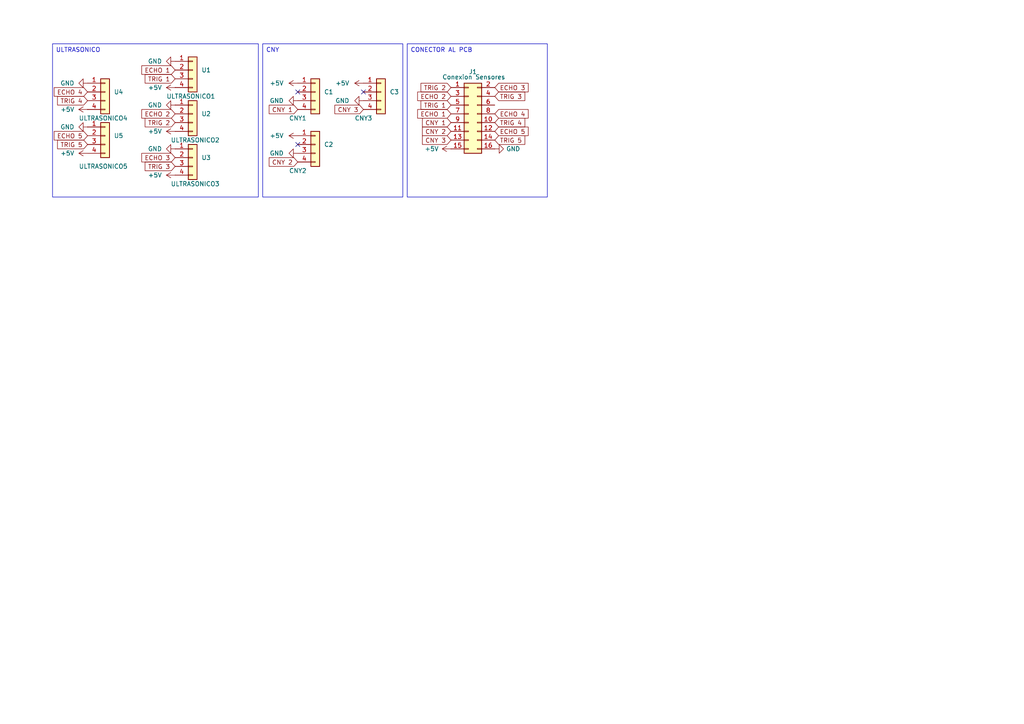
<source format=kicad_sch>
(kicad_sch (version 20231120) (generator "eeschema") (generator_version "8.0")
  (paper "A4")
  (lib_symbols
    (symbol "Connector_Generic:Conn_01x04" (pin_names (offset 1.016) hide)
      (property "Reference" "J" (at 0 5.08 0))
      (property "Value" "Conn_01x04" (at 0 -7.62 0))
      (symbol "Conn_01x04_1_1"
        (rectangle (start -1.27 -4.953) (end 0 -5.207) (stroke (width 0.1524)))
        (rectangle (start -1.27 -2.413) (end 0 -2.667) (stroke (width 0.1524)))
        (rectangle (start -1.27 0.127) (end 0 -0.127) (stroke (width 0.1524)))
        (rectangle (start -1.27 2.667) (end 0 2.413) (stroke (width 0.1524)))
        (rectangle (start -1.27 3.81) (end 1.27 -6.35) (stroke (width 0.254)) (fill (type background)))
        (pin passive line (at -5.08 2.54 0) (length 3.81) (name "Pin_1") (number "1"))
        (pin passive line (at -5.08 0 0) (length 3.81) (name "Pin_2") (number "2"))
        (pin passive line (at -5.08 -2.54 0) (length 3.81) (name "Pin_3") (number "3"))
        (pin passive line (at -5.08 -5.08 0) (length 3.81) (name "Pin_4") (number "4"))
      )
    )
    (symbol "Connector_Generic:Conn_02x08_Odd_Even" (pin_names (offset 1.016) hide)
      (property "Reference" "J" (at 1.27 10.16 0))
      (property "Value" "Conn_02x08_Odd_Even" (at 1.27 -12.7 0))
      (symbol "Conn_02x08_Odd_Even_1_1"
        (rectangle (start -1.27 -10.033) (end 0 -10.287) (stroke (width 0.1524)))
        (rectangle (start -1.27 -7.493) (end 0 -7.747) (stroke (width 0.1524)))
        (rectangle (start -1.27 -4.953) (end 0 -5.207) (stroke (width 0.1524)))
        (rectangle (start -1.27 -2.413) (end 0 -2.667) (stroke (width 0.1524)))
        (rectangle (start -1.27 0.127) (end 0 -0.127) (stroke (width 0.1524)))
        (rectangle (start -1.27 2.667) (end 0 2.413) (stroke (width 0.1524)))
        (rectangle (start -1.27 5.207) (end 0 4.953) (stroke (width 0.1524)))
        (rectangle (start -1.27 7.747) (end 0 7.493) (stroke (width 0.1524)))
        (rectangle (start -1.27 8.89) (end 3.81 -11.43) (stroke (width 0.254)) (fill (type background)))
        (rectangle (start 3.81 -10.033) (end 2.54 -10.287) (stroke (width 0.1524)))
        (rectangle (start 3.81 -7.493) (end 2.54 -7.747) (stroke (width 0.1524)))
        (rectangle (start 3.81 -4.953) (end 2.54 -5.207) (stroke (width 0.1524)))
        (rectangle (start 3.81 -2.413) (end 2.54 -2.667) (stroke (width 0.1524)))
        (rectangle (start 3.81 0.127) (end 2.54 -0.127) (stroke (width 0.1524)))
        (rectangle (start 3.81 2.667) (end 2.54 2.413) (stroke (width 0.1524)))
        (rectangle (start 3.81 5.207) (end 2.54 4.953) (stroke (width 0.1524)))
        (rectangle (start 3.81 7.747) (end 2.54 7.493) (stroke (width 0.1524)))
        (pin passive line (at -5.08 7.62 0) (length 3.81) (name "Pin_1") (number "1"))
        (pin passive line (at 7.62 -2.54 180) (length 3.81) (name "Pin_10") (number "10"))
        (pin passive line (at -5.08 -5.08 0) (length 3.81) (name "Pin_11") (number "11"))
        (pin passive line (at 7.62 -5.08 180) (length 3.81) (name "Pin_12") (number "12"))
        (pin passive line (at -5.08 -7.62 0) (length 3.81) (name "Pin_13") (number "13"))
        (pin passive line (at 7.62 -7.62 180) (length 3.81) (name "Pin_14") (number "14"))
        (pin passive line (at -5.08 -10.16 0) (length 3.81) (name "Pin_15") (number "15"))
        (pin passive line (at 7.62 -10.16 180) (length 3.81) (name "Pin_16") (number "16"))
        (pin passive line (at 7.62 7.62 180) (length 3.81) (name "Pin_2") (number "2"))
        (pin passive line (at -5.08 5.08 0) (length 3.81) (name "Pin_3") (number "3"))
        (pin passive line (at 7.62 5.08 180) (length 3.81) (name "Pin_4") (number "4"))
        (pin passive line (at -5.08 2.54 0) (length 3.81) (name "Pin_5") (number "5"))
        (pin passive line (at 7.62 2.54 180) (length 3.81) (name "Pin_6") (number "6"))
        (pin passive line (at -5.08 0 0) (length 3.81) (name "Pin_7") (number "7"))
        (pin passive line (at 7.62 0 180) (length 3.81) (name "Pin_8") (number "8"))
        (pin passive line (at -5.08 -2.54 0) (length 3.81) (name "Pin_9") (number "9"))
      )
    )
    (symbol "power:+5V" (power) (pin_numbers hide) (pin_names (offset 0) hide)
      (property "Value" "+5V" (at 0 3.556 0))
      (symbol "+5V_0_1"
        (polyline (pts (xy -0.762 1.27) (xy 0 2.54)))
        (polyline (pts (xy 0 0) (xy 0 2.54)))
        (polyline (pts (xy 0 2.54) (xy 0.762 1.27)))
      )
      (symbol "+5V_1_1"
        (pin power_in line (at 0 0 90) (length 0) (name "~") (number "1"))
      )
    )
    (symbol "power:GND" (power) (pin_numbers hide) (pin_names (offset 0) hide)
      (property "Value" "GND" (at 0 -3.81 0))
      (symbol "GND_0_1"
        (polyline (pts (xy 0 0) (xy 0 -1.27) (xy 1.27 -1.27) (xy 0 -2.54) (xy -1.27 -1.27) (xy 0 -1.27)))
      )
      (symbol "GND_1_1"
        (pin power_in line (at 0 0 270) (length 0) (name "~") (number "1"))
      )
    )
  )
  (no_connect (at 105.41 26.67))
  (no_connect (at 86.36 41.91))
  (no_connect (at 86.36 26.67))
  (text_box "CONECTOR AL PCB" (at 118.11 12.7 0) (size 40.64 44.45) (effects (font (size 1.27 1.27)) (justify left top)))
  (text_box "ULTRASONICO" (at 15.24 12.7 0) (size 59.69 44.45) (effects (font (size 1.27 1.27)) (justify left top)))
  (text_box "CNY" (at 76.2 12.7 0) (size 40.64 44.45) (effects (font (size 1.27 1.27)) (justify left top)))
  (global_label "ECHO 1" (shape input) (at 50.8 20.32 180) (property "Intersheetrefs" "${INTERSHEET_REFS}" (effects (hide yes))))
  (global_label "TRIG 2" (shape input) (at 130.81 25.4 180) (property "Intersheetrefs" "${INTERSHEET_REFS}" (effects (hide yes))))
  (global_label "TRIG 1" (shape input) (at 50.8 22.86 180) (property "Intersheetrefs" "${INTERSHEET_REFS}" (effects (hide yes))))
  (global_label "TRIG 3" (shape input) (at 50.8 48.26 180) (property "Intersheetrefs" "${INTERSHEET_REFS}" (effects (hide yes))))
  (global_label "TRIG 5" (shape input) (at 25.4 41.91 180) (property "Intersheetrefs" "${INTERSHEET_REFS}" (effects (hide yes))))
  (global_label "TRIG 2" (shape input) (at 50.8 35.56 180) (property "Intersheetrefs" "${INTERSHEET_REFS}" (effects (hide yes))))
  (global_label "ECHO 3" (shape input) (at 143.51 25.4 0) (property "Intersheetrefs" "${INTERSHEET_REFS}" (effects (hide yes))))
  (global_label "CNY 2" (shape input) (at 86.36 46.99 180) (property "Intersheetrefs" "${INTERSHEET_REFS}" (effects (hide yes))))
  (global_label "TRIG 1" (shape input) (at 130.81 30.48 180) (property "Intersheetrefs" "${INTERSHEET_REFS}" (effects (hide yes))))
  (global_label "CNY 3" (shape input) (at 105.41 31.75 180) (property "Intersheetrefs" "${INTERSHEET_REFS}" (effects (hide yes))))
  (global_label "ECHO 1" (shape input) (at 130.81 33.02 180) (property "Intersheetrefs" "${INTERSHEET_REFS}" (effects (hide yes))))
  (global_label "TRIG 4" (shape input) (at 143.51 35.56 0) (property "Intersheetrefs" "${INTERSHEET_REFS}" (effects (hide yes))))
  (global_label "ECHO 4" (shape input) (at 143.51 33.02 0) (property "Intersheetrefs" "${INTERSHEET_REFS}" (effects (hide yes))))
  (global_label "ECHO 2" (shape input) (at 130.81 27.94 180) (property "Intersheetrefs" "${INTERSHEET_REFS}" (effects (hide yes))))
  (global_label "ECHO 4" (shape input) (at 25.4 26.67 180) (property "Intersheetrefs" "${INTERSHEET_REFS}" (effects (hide yes))))
  (global_label "CNY 2" (shape input) (at 130.81 38.1 180) (property "Intersheetrefs" "${INTERSHEET_REFS}" (effects (hide yes))))
  (global_label "TRIG 5" (shape input) (at 143.51 40.64 0) (property "Intersheetrefs" "${INTERSHEET_REFS}" (effects (hide yes))))
  (global_label "ECHO 2" (shape input) (at 50.8 33.02 180) (property "Intersheetrefs" "${INTERSHEET_REFS}" (effects (hide yes))))
  (global_label "ECHO 5" (shape input) (at 25.4 39.37 180) (property "Intersheetrefs" "${INTERSHEET_REFS}" (effects (hide yes))))
  (global_label "TRIG 4" (shape input) (at 25.4 29.21 180) (property "Intersheetrefs" "${INTERSHEET_REFS}" (effects (hide yes))))
  (global_label "ECHO 3" (shape input) (at 50.8 45.72 180) (property "Intersheetrefs" "${INTERSHEET_REFS}" (effects (hide yes))))
  (global_label "ECHO 5" (shape input) (at 143.51 38.1 0) (property "Intersheetrefs" "${INTERSHEET_REFS}" (effects (hide yes))))
  (global_label "CNY 1" (shape input) (at 86.36 31.75 180) (property "Intersheetrefs" "${INTERSHEET_REFS}" (effects (hide yes))))
  (global_label "CNY 1" (shape input) (at 130.81 35.56 180) (property "Intersheetrefs" "${INTERSHEET_REFS}" (effects (hide yes))))
  (global_label "TRIG 3" (shape input) (at 143.51 27.94 0) (property "Intersheetrefs" "${INTERSHEET_REFS}" (effects (hide yes))))
  (global_label "CNY 3" (shape input) (at 130.81 40.64 180) (property "Intersheetrefs" "${INTERSHEET_REFS}" (effects (hide yes))))
  (symbol (lib_id "power:GND") (at 86.36 44.45 270) (unit 1)
    (property "Reference" "#PWR014" (effects (hide yes)))
    (property "Value" "GND" (at 82.296 44.4499 90) (effects (justify right)))
    (property "Description" "Power symbol creates a global label with name \"GND\" , ground" (effects (hide yes)))
  )
  (symbol (lib_id "power:GND") (at 50.8 17.78 270) (unit 1)
    (property "Reference" "#PWR01" (effects (hide yes)))
    (property "Value" "GND" (at 46.99 17.7799 90) (effects (justify right)))
    (property "Description" "Power symbol creates a global label with name \"GND\" , ground" (effects (hide yes)))
  )
  (symbol (lib_id "Connector_Generic:Conn_01x04") (at 91.44 41.91 0) (unit 1)
    (property "Reference" "C2" (at 93.98 41.9099 0) (effects (justify left)))
    (property "Value" "CNY2" (at 83.82 49.53 0) (effects (justify left)))
    (property "Footprint" "Connector_PinHeader_2.54mm:PinHeader_1x04_P2.54mm_Horizontal" (effects (hide yes)))
    (property "Description" "Generic connector, single row, 01x04, script generated (kicad-library-utils/schlib/autogen/connector/)" (effects (hide yes)))
  )
  (symbol (lib_id "Connector_Generic:Conn_01x04") (at 55.88 20.32 0) (unit 1)
    (property "Reference" "U1" (at 58.42 20.3199 0) (effects (justify left)))
    (property "Value" "ULTRASONICO1" (at 48.26 27.94 0) (effects (justify left)))
    (property "Footprint" "Connector_PinHeader_2.54mm:PinHeader_1x04_P2.54mm_Horizontal" (effects (hide yes)))
    (property "Description" "Generic connector, single row, 01x04, script generated (kicad-library-utils/schlib/autogen/connector/)" (effects (hide yes)))
  )
  (symbol (lib_id "power:GND") (at 86.36 29.21 270) (unit 1)
    (property "Reference" "#PWR012" (effects (hide yes)))
    (property "Value" "GND" (at 82.296 29.2099 90) (effects (justify right)))
    (property "Description" "Power symbol creates a global label with name \"GND\" , ground" (effects (hide yes)))
  )
  (symbol (lib_id "Connector_Generic:Conn_01x04") (at 55.88 33.02 0) (unit 1)
    (property "Reference" "U2" (at 58.42 33.0199 0) (effects (justify left)))
    (property "Value" "ULTRASONICO2" (at 49.53 40.64 0) (effects (justify left)))
    (property "Footprint" "Connector_PinHeader_2.54mm:PinHeader_1x04_P2.54mm_Horizontal" (effects (hide yes)))
    (property "Description" "Generic connector, single row, 01x04, script generated (kicad-library-utils/schlib/autogen/connector/)" (effects (hide yes)))
  )
  (symbol (lib_id "power:+5V") (at 25.4 31.75 90) (unit 1)
    (property "Reference" "#PWR010" (effects (hide yes)))
    (property "Value" "+5V" (at 21.59 31.7499 90) (effects (justify left)))
    (property "Description" "Power symbol creates a global label with name \"+5V\"" (effects (hide yes)))
  )
  (symbol (lib_id "power:GND") (at 25.4 36.83 270) (unit 1)
    (property "Reference" "#PWR07" (effects (hide yes)))
    (property "Value" "GND" (at 21.59 36.8299 90) (effects (justify right)))
    (property "Description" "Power symbol creates a global label with name \"GND\" , ground" (effects (hide yes)))
  )
  (symbol (lib_id "power:+5V") (at 50.8 38.1 90) (unit 1)
    (property "Reference" "#PWR04" (effects (hide yes)))
    (property "Value" "+5V" (at 46.99 38.0999 90) (effects (justify left)))
    (property "Description" "Power symbol creates a global label with name \"+5V\"" (effects (hide yes)))
  )
  (symbol (lib_id "power:+5V") (at 105.41 24.13 90) (unit 1)
    (property "Reference" "#PWR015" (effects (hide yes)))
    (property "Value" "+5V" (at 101.346 24.1299 90) (effects (justify left)))
    (property "Description" "Power symbol creates a global label with name \"+5V\"" (effects (hide yes)))
  )
  (symbol (lib_id "Connector_Generic:Conn_02x08_Odd_Even") (at 135.89 33.02 0) (unit 1)
    (property "Reference" "J1" (at 137.16 20.828 0))
    (property "Value" "Conexion Sensores" (at 137.414 22.352 0))
    (property "Footprint" "Connector_PinHeader_2.54mm:PinHeader_2x08_P2.54mm_Horizontal" (effects (hide yes)))
    (property "Description" "Generic connector, double row, 02x08, odd/even pin numbering scheme (row 1 odd numbers, row 2 even numbers), script generated (kicad-library-utils/schlib/autogen/connector/)" (effects (hide yes)))
  )
  (symbol (lib_id "power:+5V") (at 86.36 39.37 90) (unit 1)
    (property "Reference" "#PWR013" (effects (hide yes)))
    (property "Value" "+5V" (at 82.296 39.3699 90) (effects (justify left)))
    (property "Description" "Power symbol creates a global label with name \"+5V\"" (effects (hide yes)))
  )
  (symbol (lib_id "Connector_Generic:Conn_01x04") (at 91.44 26.67 0) (unit 1)
    (property "Reference" "C1" (at 93.98 26.6699 0) (effects (justify left)))
    (property "Value" "CNY1" (at 83.82 34.29 0) (effects (justify left)))
    (property "Footprint" "Connector_PinHeader_2.54mm:PinHeader_1x04_P2.54mm_Horizontal" (effects (hide yes)))
    (property "Description" "Generic connector, single row, 01x04, script generated (kicad-library-utils/schlib/autogen/connector/)" (effects (hide yes)))
  )
  (symbol (lib_id "power:+5V") (at 86.36 24.13 90) (unit 1)
    (property "Reference" "#PWR011" (effects (hide yes)))
    (property "Value" "+5V" (at 82.296 24.1299 90) (effects (justify left)))
    (property "Description" "Power symbol creates a global label with name \"+5V\"" (effects (hide yes)))
  )
  (symbol (lib_id "power:GND") (at 50.8 43.18 270) (unit 1)
    (property "Reference" "#PWR05" (effects (hide yes)))
    (property "Value" "GND" (at 46.99 43.1799 90) (effects (justify right)))
    (property "Description" "Power symbol creates a global label with name \"GND\" , ground" (effects (hide yes)))
  )
  (symbol (lib_id "power:+5V") (at 25.4 44.45 90) (unit 1)
    (property "Reference" "#PWR08" (effects (hide yes)))
    (property "Value" "+5V" (at 21.59 44.4499 90) (effects (justify left)))
    (property "Description" "Power symbol creates a global label with name \"+5V\"" (effects (hide yes)))
  )
  (symbol (lib_id "power:+5V") (at 50.8 25.4 90) (unit 1)
    (property "Reference" "#PWR02" (effects (hide yes)))
    (property "Value" "+5V" (at 46.99 25.3999 90) (effects (justify left)))
    (property "Description" "Power symbol creates a global label with name \"+5V\"" (effects (hide yes)))
  )
  (symbol (lib_id "power:GND") (at 50.8 30.48 270) (unit 1)
    (property "Reference" "#PWR03" (effects (hide yes)))
    (property "Value" "GND" (at 46.99 30.4799 90) (effects (justify right)))
    (property "Description" "Power symbol creates a global label with name \"GND\" , ground" (effects (hide yes)))
  )
  (symbol (lib_id "Connector_Generic:Conn_01x04") (at 30.48 26.67 0) (unit 1)
    (property "Reference" "U4" (at 33.02 26.6699 0) (effects (justify left)))
    (property "Value" "ULTRASONICO4" (at 22.86 34.29 0) (effects (justify left)))
    (property "Footprint" "Connector_PinHeader_2.54mm:PinHeader_1x04_P2.54mm_Horizontal" (effects (hide yes)))
    (property "Description" "Generic connector, single row, 01x04, script generated (kicad-library-utils/schlib/autogen/connector/)" (effects (hide yes)))
  )
  (symbol (lib_id "Connector_Generic:Conn_01x04") (at 55.88 45.72 0) (unit 1)
    (property "Reference" "U3" (at 58.42 45.7199 0) (effects (justify left)))
    (property "Value" "ULTRASONICO3" (at 49.53 53.34 0) (effects (justify left)))
    (property "Footprint" "Connector_PinHeader_2.54mm:PinHeader_1x04_P2.54mm_Vertical" (effects (hide yes)))
    (property "Description" "Generic connector, single row, 01x04, script generated (kicad-library-utils/schlib/autogen/connector/)" (effects (hide yes)))
  )
  (symbol (lib_id "power:GND") (at 105.41 29.21 270) (unit 1)
    (property "Reference" "#PWR016" (effects (hide yes)))
    (property "Value" "GND" (at 101.346 29.2099 90) (effects (justify right)))
    (property "Description" "Power symbol creates a global label with name \"GND\" , ground" (effects (hide yes)))
  )
  (symbol (lib_id "power:+5V") (at 50.8 50.8 90) (unit 1)
    (property "Reference" "#PWR06" (effects (hide yes)))
    (property "Value" "+5V" (at 46.99 50.7999 90) (effects (justify left)))
    (property "Description" "Power symbol creates a global label with name \"+5V\"" (effects (hide yes)))
  )
  (symbol (lib_id "power:GND") (at 143.51 43.18 90) (unit 1)
    (property "Reference" "#PWR018" (effects (hide yes)))
    (property "Value" "GND" (at 148.844 43.18 90))
    (property "Description" "Power symbol creates a global label with name \"GND\" , ground" (effects (hide yes)))
  )
  (symbol (lib_id "power:+5V") (at 130.81 43.18 90) (unit 1)
    (property "Reference" "#PWR017" (effects (hide yes)))
    (property "Value" "+5V" (at 127.254 43.1799 90) (effects (justify left)))
    (property "Description" "Power symbol creates a global label with name \"+5V\"" (effects (hide yes)))
  )
  (symbol (lib_id "Connector_Generic:Conn_01x04") (at 110.49 26.67 0) (unit 1)
    (property "Reference" "C3" (at 113.03 26.6699 0) (effects (justify left)))
    (property "Value" "CNY3" (at 102.87 34.29 0) (effects (justify left)))
    (property "Footprint" "Connector_PinHeader_2.54mm:PinHeader_1x04_P2.54mm_Horizontal" (effects (hide yes)))
    (property "Description" "Generic connector, single row, 01x04, script generated (kicad-library-utils/schlib/autogen/connector/)" (effects (hide yes)))
  )
  (symbol (lib_id "power:GND") (at 25.4 24.13 270) (unit 1)
    (property "Reference" "#PWR09" (effects (hide yes)))
    (property "Value" "GND" (at 21.59 24.1299 90) (effects (justify right)))
    (property "Description" "Power symbol creates a global label with name \"GND\" , ground" (effects (hide yes)))
  )
  (symbol (lib_id "Connector_Generic:Conn_01x04") (at 30.48 39.37 0) (unit 1)
    (property "Reference" "U5" (at 33.02 39.3699 0) (effects (justify left)))
    (property "Value" "ULTRASONICO5" (at 22.86 48.26 0) (effects (justify left)))
    (property "Footprint" "Connector_PinHeader_2.54mm:PinHeader_1x04_P2.54mm_Horizontal" (effects (hide yes)))
    (property "Description" "Generic connector, single row, 01x04, script generated (kicad-library-utils/schlib/autogen/connector/)" (effects (hide yes)))
  )
)
</source>
